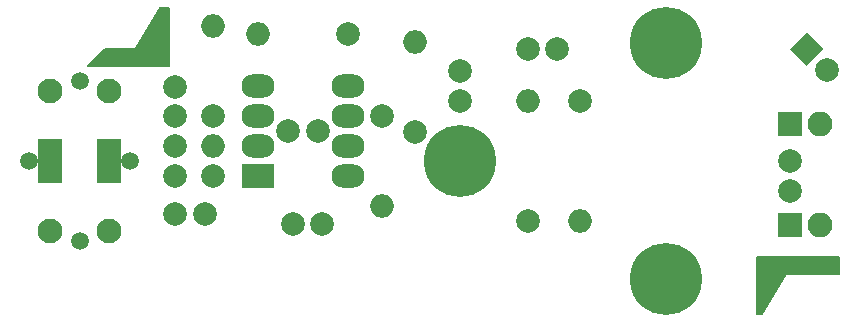
<source format=gts>
G04 #@! TF.GenerationSoftware,KiCad,Pcbnew,(5.0.0-rc2-dev-691-g31b026c)*
G04 #@! TF.CreationDate,2018-06-05T10:47:32+02:00*
G04 #@! TF.ProjectId,DIY_detector,4449595F6465746563746F722E6B6963,V1.1*
G04 #@! TF.SameCoordinates,Original*
G04 #@! TF.FileFunction,Soldermask,Top*
G04 #@! TF.FilePolarity,Negative*
%FSLAX46Y46*%
G04 Gerber Fmt 4.6, Leading zero omitted, Abs format (unit mm)*
G04 Created by KiCad (PCBNEW (5.0.0-rc2-dev-691-g31b026c)) date 2018 June 05, Tuesday 10:47:32*
%MOMM*%
%LPD*%
G01*
G04 APERTURE LIST*
%ADD10R,2.800000X2.000000*%
%ADD11O,2.800000X2.000000*%
%ADD12C,2.000000*%
%ADD13C,0.100000*%
%ADD14O,2.000000X2.000000*%
%ADD15C,6.100000*%
%ADD16C,2.100000*%
%ADD17R,2.100000X2.100000*%
%ADD18O,2.100000X2.100000*%
%ADD19C,1.500000*%
%ADD20C,0.150000*%
G04 APERTURE END LIST*
D10*
X120355000Y-113770000D03*
D11*
X127975000Y-106150000D03*
X120355000Y-111230000D03*
X127975000Y-108690000D03*
X120355000Y-108690000D03*
X127975000Y-111230000D03*
X120355000Y-106150000D03*
X127975000Y-113770000D03*
D12*
X166800000Y-103000000D03*
D13*
G36*
X165385786Y-103000000D02*
X166800000Y-101585786D01*
X168214214Y-103000000D01*
X166800000Y-104414214D01*
X165385786Y-103000000D01*
X165385786Y-103000000D01*
G37*
D12*
X168567767Y-104767767D03*
X113370000Y-111230000D03*
X113370000Y-113730000D03*
X113370000Y-116945000D03*
X115870000Y-116945000D03*
X113370000Y-108690000D03*
X113370000Y-106190000D03*
X123316000Y-117834000D03*
X125816000Y-117834000D03*
X125435000Y-109960000D03*
X122935000Y-109960000D03*
X137500000Y-104880000D03*
X137500000Y-107380000D03*
X143215000Y-102975000D03*
X145715000Y-102975000D03*
X165440000Y-112500000D03*
X165440000Y-115000000D03*
X116545000Y-108690000D03*
D14*
X116545000Y-101070000D03*
D12*
X130896000Y-108690000D03*
D14*
X130896000Y-116310000D03*
D12*
X133690000Y-110000000D03*
D14*
X133690000Y-102380000D03*
D12*
X116545000Y-113770000D03*
D14*
X116545000Y-111230000D03*
D12*
X128000000Y-101750000D03*
D14*
X120380000Y-101750000D03*
D15*
X137500000Y-112500000D03*
X154900000Y-122500000D03*
D16*
X107750000Y-118430000D03*
D17*
X107750000Y-113350000D03*
X107750000Y-111650000D03*
D16*
X107750000Y-106570000D03*
X102750000Y-106570000D03*
D17*
X102750000Y-111650000D03*
X102750000Y-113350000D03*
D16*
X102750000Y-118430000D03*
D17*
X165440000Y-117900000D03*
D18*
X167980000Y-117900000D03*
D12*
X143215000Y-117580000D03*
D14*
X143215000Y-107420000D03*
X147660000Y-117580000D03*
D12*
X147660000Y-107420000D03*
D18*
X167980000Y-109325000D03*
D17*
X165440000Y-109325000D03*
D19*
X105250000Y-105750000D03*
X109500000Y-112500000D03*
X101000000Y-112500000D03*
X105250000Y-119250000D03*
D15*
X154900000Y-102500000D03*
D20*
G36*
X169525000Y-122025000D02*
X165100000Y-122025000D01*
X165071299Y-122030709D01*
X165046967Y-122046967D01*
X165035355Y-122061973D01*
X163057104Y-125425000D01*
X162575000Y-125425000D01*
X162575000Y-120575000D01*
X169525000Y-120575000D01*
X169525000Y-122025000D01*
X169525000Y-122025000D01*
G37*
X169525000Y-122025000D02*
X165100000Y-122025000D01*
X165071299Y-122030709D01*
X165046967Y-122046967D01*
X165035355Y-122061973D01*
X163057104Y-125425000D01*
X162575000Y-125425000D01*
X162575000Y-120575000D01*
X169525000Y-120575000D01*
X169525000Y-122025000D01*
G36*
X112825000Y-104425000D02*
X105981066Y-104425000D01*
X107431066Y-102975000D01*
X110000000Y-102975000D01*
X110028701Y-102969291D01*
X110053033Y-102953033D01*
X110064645Y-102938027D01*
X112042896Y-99575000D01*
X112825000Y-99575000D01*
X112825000Y-104425000D01*
X112825000Y-104425000D01*
G37*
X112825000Y-104425000D02*
X105981066Y-104425000D01*
X107431066Y-102975000D01*
X110000000Y-102975000D01*
X110028701Y-102969291D01*
X110053033Y-102953033D01*
X110064645Y-102938027D01*
X112042896Y-99575000D01*
X112825000Y-99575000D01*
X112825000Y-104425000D01*
M02*

</source>
